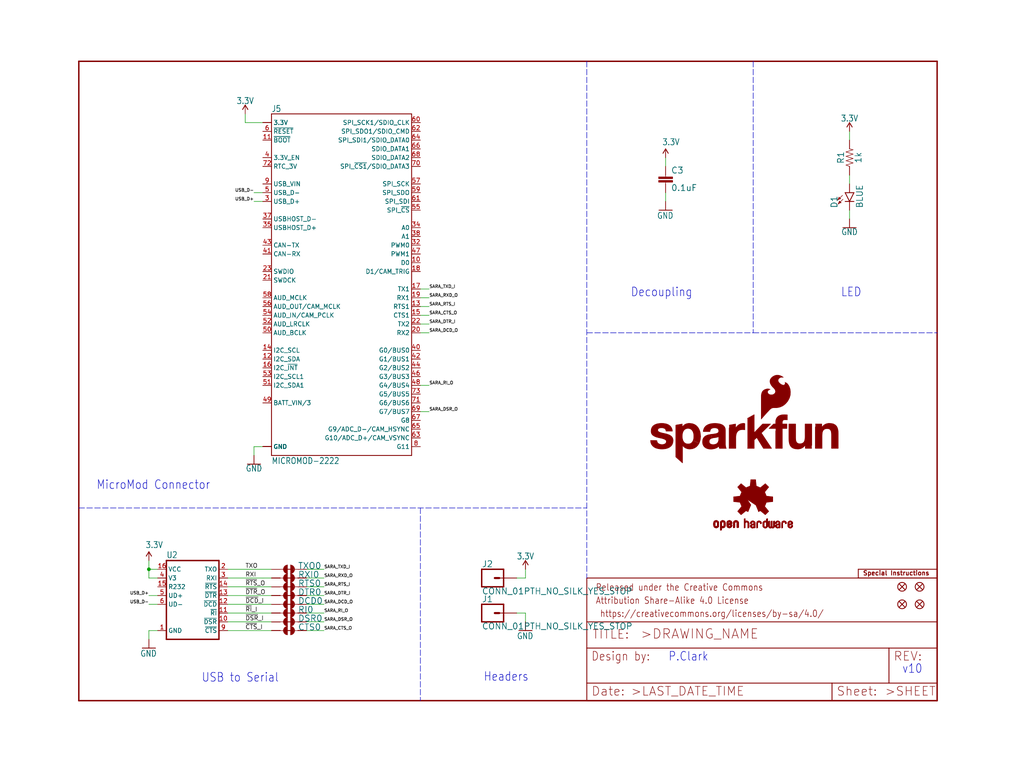
<source format=kicad_sch>
(kicad_sch (version 20211123) (generator eeschema)
  (paper "User" 297.002 223.926)
  (lib_symbols
    (symbol "eagleSchem-eagle-import:0.1UF-0603-25V-5%"
      (property "Reference" "C" (at 1.524 2.921 0))
      (property "Value" "0.1UF-0603-25V-5%" (at 1.524 -2.159 0))
      (symbol "0.1UF-0603-25V-5%_1_0"
        (pin passive line (at 0 5.08 270) (length 2.54) (name "1") (number "1"))
        (pin passive line (at 0 -2.54 90) (length 2.54) (name "2") (number "2"))
      )
    )
    (symbol "eagleSchem-eagle-import:1KOHM-0603-1{slash}10W-1%"
      (property "Reference" "R" (at 0 1.524 0))
      (property "Value" "1KOHM-0603-1{slash}10W-1%" (at 0 -1.524 0))
      (symbol "1KOHM-0603-1{slash}10W-1%_1_0"
        (pin passive line (at -5.08 0 0) (length 2.54) (name "1") (number "1"))
        (pin passive line (at 5.08 0 180) (length 2.54) (name "2") (number "2"))
      )
    )
    (symbol "eagleSchem-eagle-import:3.3V" (power)
      (property "Value" "3.3V" (at 0 2.794 0))
      (symbol "3.3V_1_0"
        (pin power_in line (at 0 0 90) (length 2.54) (name "3.3V") (number "1"))
      )
    )
    (symbol "eagleSchem-eagle-import:CH340C"
      (property "Reference" "U" (at -7.62 10.795 0))
      (property "Value" "CH340C" (at -7.62 -15.24 0))
      (symbol "CH340C_1_0"
        (pin bidirectional line (at -10.16 -10.16 0) (length 2.54) (name "GND") (number "1"))
        (pin bidirectional line (at 10.16 -7.62 180) (length 2.54) (name "~{DSR}") (number "10"))
        (pin bidirectional line (at 10.16 -5.08 180) (length 2.54) (name "~{RI}") (number "11"))
        (pin bidirectional line (at 10.16 -2.54 180) (length 2.54) (name "~{DCD}") (number "12"))
        (pin bidirectional line (at 10.16 0 180) (length 2.54) (name "~{DTR}") (number "13"))
        (pin bidirectional line (at 10.16 2.54 180) (length 2.54) (name "~{RTS}") (number "14"))
        (pin bidirectional line (at -10.16 2.54 0) (length 2.54) (name "R232") (number "15"))
        (pin bidirectional line (at -10.16 7.62 0) (length 2.54) (name "VCC") (number "16"))
        (pin bidirectional line (at 10.16 7.62 180) (length 2.54) (name "TXO") (number "2"))
        (pin bidirectional line (at 10.16 5.08 180) (length 2.54) (name "RXI") (number "3"))
        (pin bidirectional line (at -10.16 5.08 0) (length 2.54) (name "V3") (number "4"))
        (pin bidirectional line (at -10.16 0 0) (length 2.54) (name "UD+") (number "5"))
        (pin bidirectional line (at -10.16 -2.54 0) (length 2.54) (name "UD-") (number "6"))
        (pin bidirectional line (at 10.16 -10.16 180) (length 2.54) (name "~{CTS}") (number "9"))
      )
    )
    (symbol "eagleSchem-eagle-import:CONN_01PTH_NO_SILK_YES_STOP"
      (property "Reference" "J" (at -2.54 3.048 0))
      (property "Value" "CONN_01PTH_NO_SILK_YES_STOP" (at -2.54 -4.826 0))
      (symbol "CONN_01PTH_NO_SILK_YES_STOP_1_0"
        (pin passive line (at 7.62 0 180) (length 5.08) (name "1") (number "1"))
      )
    )
    (symbol "eagleSchem-eagle-import:FIDUCIAL1X2")
    (symbol "eagleSchem-eagle-import:FRAME-LETTER"
      (symbol "FRAME-LETTER_2_0"
        (text " https://creativecommons.org/licenses/by-sa/4.0/" (at 2.54 24.13 0) (effects (font (size 1.9304 1.6408)) (justify left bottom)))
        (text ">DRAWING_NAME" (at 15.494 17.78 0) (effects (font (size 2.7432 2.7432)) (justify left bottom)))
        (text ">LAST_DATE_TIME" (at 12.7 1.27 0) (effects (font (size 2.54 2.54)) (justify left bottom)))
        (text ">SHEET" (at 86.36 1.27 0) (effects (font (size 2.54 2.54)) (justify left bottom)))
        (text "Attribution Share-Alike 4.0 License" (at 2.54 27.94 0) (effects (font (size 1.9304 1.6408)) (justify left bottom)))
        (text "Date:" (at 1.27 1.27 0) (effects (font (size 2.54 2.54)) (justify left bottom)))
        (text "Design by:" (at 1.27 11.43 0) (effects (font (size 2.54 2.159)) (justify left bottom)))
        (text "Released under the Creative Commons" (at 2.54 31.75 0) (effects (font (size 1.9304 1.6408)) (justify left bottom)))
        (text "REV:" (at 88.9 11.43 0) (effects (font (size 2.54 2.54)) (justify left bottom)))
        (text "Sheet:" (at 72.39 1.27 0) (effects (font (size 2.54 2.54)) (justify left bottom)))
        (text "TITLE:" (at 1.524 17.78 0) (effects (font (size 2.54 2.54)) (justify left bottom)))
      )
    )
    (symbol "eagleSchem-eagle-import:GND" (power)
      (property "Value" "GND" (at 0 -0.254 0))
      (symbol "GND_1_0"
        (pin power_in line (at 0 2.54 270) (length 2.54) (name "GND") (number "1"))
      )
    )
    (symbol "eagleSchem-eagle-import:JUMPER-COMBO_2_NC_TRACE"
      (property "Reference" "JP" (at -2.54 2.54 0))
      (property "Value" "JUMPER-COMBO_2_NC_TRACE" (at -2.54 -2.54 0))
      (symbol "JUMPER-COMBO_2_NC_TRACE_1_0"
        (pin passive line (at -5.08 0 0) (length 2.54) (name "1") (number "1"))
        (pin passive line (at 5.08 0 180) (length 2.54) (name "2") (number "2"))
        (pin passive line (at -5.08 0 0) (length 2.54) (name "1") (number "3"))
        (pin passive line (at 5.08 0 180) (length 2.54) (name "2") (number "4"))
      )
    )
    (symbol "eagleSchem-eagle-import:LED-BLUE0603"
      (property "Reference" "D" (at -3.429 -4.572 90))
      (property "Value" "LED-BLUE0603" (at 1.905 -4.572 90))
      (symbol "LED-BLUE0603_1_0"
        (pin passive line (at 0 2.54 270) (length 2.54) (name "A") (number "A"))
        (pin passive line (at 0 -5.08 90) (length 2.54) (name "C") (number "C"))
      )
    )
    (symbol "eagleSchem-eagle-import:MICROMOD-2222"
      (property "Reference" "J" (at -20.32 53.848 0))
      (property "Value" "MICROMOD-2222" (at -20.32 -48.26 0))
      (symbol "MICROMOD-2222_1_0"
        (pin bidirectional line (at -22.86 -43.18 0) (length 2.54) (name "GND") (number "1"))
        (pin bidirectional line (at 22.86 10.16 180) (length 2.54) (name "D0") (number "10"))
        (pin bidirectional line (at -22.86 45.72 0) (length 2.54) (name "~{BOOT}") (number "11"))
        (pin bidirectional line (at -22.86 -17.78 0) (length 2.54) (name "I2C_SDA") (number "12"))
        (pin bidirectional line (at 22.86 -2.54 180) (length 2.54) (name "RTS1") (number "13"))
        (pin bidirectional line (at -22.86 -15.24 0) (length 2.54) (name "I2C_SCL") (number "14"))
        (pin bidirectional line (at 22.86 -5.08 180) (length 2.54) (name "CTS1") (number "15"))
        (pin bidirectional line (at -22.86 -20.32 0) (length 2.54) (name "I2C_~{INT}") (number "16"))
        (pin bidirectional line (at 22.86 2.54 180) (length 2.54) (name "TX1") (number "17"))
        (pin bidirectional line (at 22.86 7.62 180) (length 2.54) (name "D1/CAM_TRIG") (number "18"))
        (pin bidirectional line (at 22.86 0 180) (length 2.54) (name "RX1") (number "19"))
        (pin bidirectional line (at -22.86 50.8 0) (length 2.54) (name "3.3V") (number "2"))
        (pin bidirectional line (at 22.86 -10.16 180) (length 2.54) (name "RX2") (number "20"))
        (pin bidirectional line (at -22.86 5.08 0) (length 2.54) (name "SWDCK") (number "21"))
        (pin bidirectional line (at 22.86 -7.62 180) (length 2.54) (name "TX2") (number "22"))
        (pin bidirectional line (at -22.86 7.62 0) (length 2.54) (name "SWDIO") (number "23"))
        (pin bidirectional line (at -22.86 27.94 0) (length 2.54) (name "USB_D+") (number "3"))
        (pin bidirectional line (at 22.86 15.24 180) (length 2.54) (name "PWM0") (number "32"))
        (pin bidirectional line (at -22.86 -43.18 0) (length 2.54) (name "GND") (number "33"))
        (pin bidirectional line (at 22.86 20.32 180) (length 2.54) (name "A0") (number "34"))
        (pin bidirectional line (at -22.86 20.32 0) (length 2.54) (name "USBHOST_D+") (number "35"))
        (pin bidirectional line (at -22.86 -43.18 0) (length 2.54) (name "GND") (number "36"))
        (pin bidirectional line (at -22.86 22.86 0) (length 2.54) (name "USBHOST_D-") (number "37"))
        (pin bidirectional line (at 22.86 17.78 180) (length 2.54) (name "A1") (number "38"))
        (pin bidirectional line (at -22.86 -43.18 0) (length 2.54) (name "GND") (number "39"))
        (pin bidirectional line (at -22.86 40.64 0) (length 2.54) (name "3.3V_EN") (number "4"))
        (pin bidirectional line (at 22.86 -15.24 180) (length 2.54) (name "G0/BUS0") (number "40"))
        (pin bidirectional line (at -22.86 12.7 0) (length 2.54) (name "CAN-RX") (number "41"))
        (pin bidirectional line (at 22.86 -17.78 180) (length 2.54) (name "G1/BUS1") (number "42"))
        (pin bidirectional line (at -22.86 15.24 0) (length 2.54) (name "CAN-TX") (number "43"))
        (pin bidirectional line (at 22.86 -20.32 180) (length 2.54) (name "G2/BUS2") (number "44"))
        (pin bidirectional line (at -22.86 -43.18 0) (length 2.54) (name "GND") (number "45"))
        (pin bidirectional line (at 22.86 -22.86 180) (length 2.54) (name "G3/BUS3") (number "46"))
        (pin bidirectional line (at 22.86 12.7 180) (length 2.54) (name "PWM1") (number "47"))
        (pin bidirectional line (at 22.86 -25.4 180) (length 2.54) (name "G4/BUS4") (number "48"))
        (pin bidirectional line (at -22.86 -30.48 0) (length 2.54) (name "BATT_VIN/3") (number "49"))
        (pin bidirectional line (at -22.86 30.48 0) (length 2.54) (name "USB_D-") (number "5"))
        (pin bidirectional line (at -22.86 -10.16 0) (length 2.54) (name "AUD_BCLK") (number "50"))
        (pin bidirectional line (at -22.86 -25.4 0) (length 2.54) (name "I2C_SDA1") (number "51"))
        (pin bidirectional line (at -22.86 -7.62 0) (length 2.54) (name "AUD_LRCLK") (number "52"))
        (pin bidirectional line (at -22.86 -22.86 0) (length 2.54) (name "I2C_SCL1") (number "53"))
        (pin bidirectional line (at -22.86 -5.08 0) (length 2.54) (name "AUD_IN/CAM_PCLK") (number "54"))
        (pin bidirectional line (at 22.86 25.4 180) (length 2.54) (name "SPI_~{CS}") (number "55"))
        (pin bidirectional line (at -22.86 -2.54 0) (length 2.54) (name "AUD_OUT/CAM_MCLK") (number "56"))
        (pin bidirectional line (at 22.86 33.02 180) (length 2.54) (name "SPI_SCK") (number "57"))
        (pin bidirectional line (at -22.86 0 0) (length 2.54) (name "AUD_MCLK") (number "58"))
        (pin bidirectional line (at 22.86 30.48 180) (length 2.54) (name "SPI_SDO") (number "59"))
        (pin bidirectional line (at -22.86 48.26 0) (length 2.54) (name "~{RESET}") (number "6"))
        (pin bidirectional line (at 22.86 50.8 180) (length 2.54) (name "SPI_SCK1/SDIO_CLK") (number "60"))
        (pin bidirectional line (at 22.86 27.94 180) (length 2.54) (name "SPI_SDI") (number "61"))
        (pin bidirectional line (at 22.86 48.26 180) (length 2.54) (name "SPI_SDO1/SDIO_CMD") (number "62"))
        (pin bidirectional line (at 22.86 -40.64 180) (length 2.54) (name "G10/ADC_D+/CAM_VSYNC") (number "63"))
        (pin bidirectional line (at 22.86 45.72 180) (length 2.54) (name "SPI_SDI1/SDIO_DATA0") (number "64"))
        (pin bidirectional line (at 22.86 -38.1 180) (length 2.54) (name "G9/ADC_D-/CAM_HSYNC") (number "65"))
        (pin bidirectional line (at 22.86 43.18 180) (length 2.54) (name "SDIO_DATA1") (number "66"))
        (pin bidirectional line (at 22.86 -35.56 180) (length 2.54) (name "G8") (number "67"))
        (pin bidirectional line (at 22.86 40.64 180) (length 2.54) (name "SDIO_DATA2") (number "68"))
        (pin bidirectional line (at 22.86 -33.02 180) (length 2.54) (name "G7/BUS7") (number "69"))
        (pin bidirectional line (at -22.86 -43.18 0) (length 2.54) (name "GND") (number "7"))
        (pin bidirectional line (at 22.86 38.1 180) (length 2.54) (name "SPI_~{CS1}/SDIO_DATA3") (number "70"))
        (pin bidirectional line (at 22.86 -30.48 180) (length 2.54) (name "G6/BUS6") (number "71"))
        (pin bidirectional line (at -22.86 38.1 0) (length 2.54) (name "RTC_3V") (number "72"))
        (pin bidirectional line (at 22.86 -27.94 180) (length 2.54) (name "G5/BUS5") (number "73"))
        (pin bidirectional line (at -22.86 50.8 0) (length 2.54) (name "3.3V") (number "74"))
        (pin bidirectional line (at -22.86 -43.18 0) (length 2.54) (name "GND") (number "75"))
        (pin bidirectional line (at 22.86 -43.18 180) (length 2.54) (name "G11") (number "8"))
        (pin bidirectional line (at -22.86 33.02 0) (length 2.54) (name "USB_VIN") (number "9"))
        (pin bidirectional line (at -22.86 -43.18 0) (length 2.54) (name "GND") (number "GND1"))
        (pin bidirectional line (at -22.86 -43.18 0) (length 2.54) (name "GND") (number "GND2"))
        (pin bidirectional line (at -22.86 -43.18 0) (length 2.54) (name "GND") (number "GND3"))
      )
    )
    (symbol "eagleSchem-eagle-import:OSHW-LOGOMINI")
    (symbol "eagleSchem-eagle-import:SFE_LOGO_NAME_FLAME.1_INCH")
    (symbol "eagleSchem-eagle-import:SPECIAL_INSTRUCTIONS-ORDERING"
      (symbol "SPECIAL_INSTRUCTIONS-ORDERING_1_0"
        (text "Special Instructions" (at 1.27 0.6985 0) (effects (font (size 1.27 1.27) (thickness 0.254) bold) (justify left bottom)))
      )
    )
  )
  (junction (at 43.18 165.1))
  (wire (pts (xy 76.2 55.88) (xy 73.66 55.88)))
  (wire (pts (xy 121.92 93.98) (xy 124.46 93.98)))
  (polyline (pts (xy 22.86 147.32) (xy 170.18 147.32)))
  (wire (pts (xy 193.04 48.26) (xy 193.04 45.72)))
  (polyline (pts (xy 218.44 17.78) (xy 218.44 96.52)))
  (wire (pts (xy 152.4 177.8) (xy 152.4 180.34)))
  (wire (pts (xy 193.04 55.88) (xy 193.04 58.42)))
  (wire (pts (xy 43.18 165.1) (xy 43.18 162.56)))
  (wire (pts (xy 66.04 170.18) (xy 78.74 170.18)))
  (wire (pts (xy 121.92 86.36) (xy 124.46 86.36)))
  (wire (pts (xy 246.38 40.64) (xy 246.38 38.1)))
  (polyline (pts (xy 170.18 96.52) (xy 218.44 96.52)))
  (wire (pts (xy 66.04 167.64) (xy 78.74 167.64)))
  (wire (pts (xy 93.98 180.34) (xy 88.9 180.34)))
  (wire (pts (xy 149.86 177.8) (xy 152.4 177.8)))
  (wire (pts (xy 66.04 165.1) (xy 78.74 165.1)))
  (wire (pts (xy 66.04 180.34) (xy 78.74 180.34)))
  (polyline (pts (xy 218.44 96.52) (xy 271.78 96.52)))
  (wire (pts (xy 76.2 58.42) (xy 73.66 58.42)))
  (wire (pts (xy 43.18 182.88) (xy 43.18 185.42)))
  (wire (pts (xy 66.04 182.88) (xy 78.74 182.88)))
  (wire (pts (xy 66.04 175.26) (xy 78.74 175.26)))
  (wire (pts (xy 121.92 96.52) (xy 124.46 96.52)))
  (wire (pts (xy 76.2 129.54) (xy 73.66 129.54)))
  (wire (pts (xy 152.4 167.64) (xy 152.4 165.1)))
  (wire (pts (xy 88.9 177.8) (xy 93.98 177.8)))
  (wire (pts (xy 93.98 182.88) (xy 88.9 182.88)))
  (polyline (pts (xy 121.92 147.32) (xy 121.92 203.2)))
  (wire (pts (xy 43.18 167.64) (xy 43.18 165.1)))
  (wire (pts (xy 88.9 175.26) (xy 93.98 175.26)))
  (wire (pts (xy 121.92 111.76) (xy 124.46 111.76)))
  (wire (pts (xy 121.92 91.44) (xy 124.46 91.44)))
  (wire (pts (xy 246.38 63.5) (xy 246.38 60.96)))
  (wire (pts (xy 93.98 165.1) (xy 88.9 165.1)))
  (wire (pts (xy 121.92 119.38) (xy 124.46 119.38)))
  (wire (pts (xy 121.92 88.9) (xy 124.46 88.9)))
  (wire (pts (xy 76.2 35.56) (xy 71.12 35.56)))
  (wire (pts (xy 246.38 50.8) (xy 246.38 53.34)))
  (wire (pts (xy 45.72 165.1) (xy 43.18 165.1)))
  (polyline (pts (xy 170.18 17.78) (xy 170.18 167.64)))
  (wire (pts (xy 45.72 172.72) (xy 43.18 172.72)))
  (wire (pts (xy 66.04 172.72) (xy 78.74 172.72)))
  (wire (pts (xy 73.66 129.54) (xy 73.66 132.08)))
  (wire (pts (xy 66.04 177.8) (xy 78.74 177.8)))
  (wire (pts (xy 45.72 167.64) (xy 43.18 167.64)))
  (wire (pts (xy 149.86 167.64) (xy 152.4 167.64)))
  (wire (pts (xy 93.98 170.18) (xy 88.9 170.18)))
  (wire (pts (xy 45.72 175.26) (xy 43.18 175.26)))
  (wire (pts (xy 121.92 83.82) (xy 124.46 83.82)))
  (wire (pts (xy 93.98 167.64) (xy 88.9 167.64)))
  (wire (pts (xy 45.72 182.88) (xy 43.18 182.88)))
  (wire (pts (xy 71.12 35.56) (xy 71.12 33.02)))
  (wire (pts (xy 93.98 172.72) (xy 88.9 172.72)))
  (text "Headers" (at 140.208 197.866 180) (effects (font (size 2.54 2.159)) (justify left bottom)))
  (text "MicroMod Connector" (at 27.94 142.24 180) (effects (font (size 2.54 2.159)) (justify left bottom)))
  (text "v10" (at 261.62 195.58 180) (effects (font (size 2.54 2.159)) (justify left bottom)))
  (text "USB to Serial" (at 58.42 198.12 180) (effects (font (size 2.54 2.159)) (justify left bottom)))
  (text "Decoupling" (at 182.88 86.36 180) (effects (font (size 2.54 2.159)) (justify left bottom)))
  (text "LED" (at 243.84 86.36 180) (effects (font (size 2.54 2.159)) (justify left bottom)))
  (text "P.Clark" (at 193.802 192.024 180) (effects (font (size 2.54 2.159)) (justify left bottom)))
  (label "~{RI}_I" (at 71.12 177.8 0) (effects (font (size 1.2446 1.2446))))
  (label "SARA_RXD_O" (at 93.98 167.64 0) (effects (font (size 0.889 0.889))))
  (label "SARA_TXD_I" (at 93.98 165.1 0) (effects (font (size 0.889 0.889))))
  (label "SARA_DTR_I" (at 93.98 172.72 0) (effects (font (size 0.889 0.889))))
  (label "SARA_CTS_O" (at 124.46 91.44 0) (effects (font (size 0.889 0.889))))
  (label "SARA_RI_O" (at 93.98 177.8 0) (effects (font (size 0.889 0.889))))
  (label "USB_D-" (at 43.18 175.26 180) (effects (font (size 0.889 0.889))))
  (label "SARA_DSR_O" (at 124.46 119.38 0) (effects (font (size 0.889 0.889))))
  (label "RXI" (at 71.12 167.64 0) (effects (font (size 1.2446 1.2446))))
  (label "USB_D+" (at 43.18 172.72 180) (effects (font (size 0.889 0.889))))
  (label "~{DTR}_O" (at 71.12 172.72 0) (effects (font (size 1.2446 1.2446))))
  (label "TXO" (at 71.12 165.1 0) (effects (font (size 1.2446 1.2446))))
  (label "SARA_DSR_O" (at 93.98 180.34 0) (effects (font (size 0.889 0.889))))
  (label "SARA_RTS_I" (at 93.98 170.18 0) (effects (font (size 0.889 0.889))))
  (label "SARA_RTS_I" (at 124.46 88.9 0) (effects (font (size 0.889 0.889))))
  (label "SARA_CTS_O" (at 93.98 182.88 0) (effects (font (size 0.889 0.889))))
  (label "~{CTS}_I" (at 71.12 182.88 0) (effects (font (size 1.2446 1.2446))))
  (label "~{DSR}_I" (at 71.12 180.34 0) (effects (font (size 1.2446 1.2446))))
  (label "SARA_DTR_I" (at 124.46 93.98 0) (effects (font (size 0.889 0.889))))
  (label "SARA_TXD_I" (at 124.46 83.82 0) (effects (font (size 0.889 0.889))))
  (label "~{DCD}_I" (at 71.12 175.26 0) (effects (font (size 1.2446 1.2446))))
  (label "SARA_DCD_O" (at 124.46 96.52 0) (effects (font (size 0.889 0.889))))
  (label "SARA_RXD_O" (at 124.46 86.36 0) (effects (font (size 0.889 0.889))))
  (label "~{RTS}_O" (at 71.12 170.18 0) (effects (font (size 1.2446 1.2446))))
  (label "SARA_RI_O" (at 124.46 111.76 0) (effects (font (size 0.889 0.889))))
  (label "SARA_DCD_O" (at 93.98 175.26 0) (effects (font (size 0.889 0.889))))
  (label "USB_D+" (at 73.66 58.42 180) (effects (font (size 0.889 0.889))))
  (label "USB_D-" (at 73.66 55.88 180) (effects (font (size 0.889 0.889))))
  (symbol (lib_id "eagleSchem-eagle-import:JUMPER-COMBO_2_NC_TRACE") (at 83.82 165.1 0) (unit 1)
    (property "Reference" "TXO0" (at 86.36 165.1 0) (effects (font (size 1.778 1.778)) (justify left bottom)))
    (property "Value" "JUMPER-COMBO_2_NC_TRACE" (effects hide))
    (property "Footprint" "eagleSchem:COMBO-JUMPER_2_NC_TRACE" (effects hide))
  )
  (symbol (lib_id "eagleSchem-eagle-import:JUMPER-COMBO_2_NC_TRACE") (at 83.82 172.72 0) (unit 1)
    (property "Reference" "DTR0" (at 86.36 172.72 0) (effects (font (size 1.778 1.778)) (justify left bottom)))
    (property "Value" "JUMPER-COMBO_2_NC_TRACE" (effects hide))
    (property "Footprint" "eagleSchem:COMBO-JUMPER_2_NC_TRACE" (effects hide))
  )
  (symbol (lib_id "eagleSchem-eagle-import:1KOHM-0603-1{slash}10W-1%") (at 246.38 45.72 90) (unit 1)
    (property "Reference" "R1" (at 244.856 45.72 0) (effects (font (size 1.778 1.778)) (justify bottom)))
    (property "Value" "1k" (at 247.904 45.72 0) (effects (font (size 1.778 1.778)) (justify top)))
    (property "Footprint" "eagleSchem:0603" (effects hide))
  )
  (symbol (lib_id "eagleSchem-eagle-import:FRAME-LETTER") (at 22.86 203.2 0) (unit 1)
    (property "Reference" "FRAME1" (effects hide))
    (property "Value" "FRAME-LETTER" (effects hide))
    (property "Footprint" "eagleSchem:CREATIVE_COMMONS" (effects hide))
  )
  (symbol (lib_id "eagleSchem-eagle-import:JUMPER-COMBO_2_NC_TRACE") (at 83.82 177.8 0) (unit 1)
    (property "Reference" "RI0" (at 86.36 177.8 0) (effects (font (size 1.778 1.778)) (justify left bottom)))
    (property "Value" "JUMPER-COMBO_2_NC_TRACE" (effects hide))
    (property "Footprint" "eagleSchem:COMBO-JUMPER_2_NC_TRACE" (effects hide))
  )
  (symbol (lib_id "eagleSchem-eagle-import:FIDUCIAL1X2") (at 261.62 175.26 0) (unit 1)
    (property "Reference" "JP3" (effects hide))
    (property "Value" "FIDUCIAL1X2" (effects hide))
    (property "Footprint" "eagleSchem:FIDUCIAL-1X2" (effects hide))
  )
  (symbol (lib_id "eagleSchem-eagle-import:3.3V") (at 152.4 165.1 0) (unit 1)
    (property "Reference" "#SUPPLY10" (effects hide))
    (property "Value" "3.3V" (at 152.4 162.306 0) (effects (font (size 1.778 1.5113)) (justify bottom)))
    (property "Footprint" "eagleSchem:" (effects hide))
  )
  (symbol (lib_id "eagleSchem-eagle-import:JUMPER-COMBO_2_NC_TRACE") (at 83.82 180.34 0) (unit 1)
    (property "Reference" "DSR0" (at 86.36 180.34 0) (effects (font (size 1.778 1.778)) (justify left bottom)))
    (property "Value" "JUMPER-COMBO_2_NC_TRACE" (effects hide))
    (property "Footprint" "eagleSchem:COMBO-JUMPER_2_NC_TRACE" (effects hide))
  )
  (symbol (lib_id "eagleSchem-eagle-import:CONN_01PTH_NO_SILK_YES_STOP") (at 142.24 177.8 0) (unit 1)
    (property "Reference" "J1" (at 139.7 174.752 0) (effects (font (size 1.778 1.778)) (justify left bottom)))
    (property "Value" "CONN_01PTH_NO_SILK_YES_STOP" (at 139.7 182.626 0) (effects (font (size 1.778 1.778)) (justify left bottom)))
    (property "Footprint" "eagleSchem:1X01_NO_SILK" (effects hide))
  )
  (symbol (lib_id "eagleSchem-eagle-import:JUMPER-COMBO_2_NC_TRACE") (at 83.82 175.26 0) (unit 1)
    (property "Reference" "DCD0" (at 86.36 175.26 0) (effects (font (size 1.778 1.778)) (justify left bottom)))
    (property "Value" "JUMPER-COMBO_2_NC_TRACE" (effects hide))
    (property "Footprint" "eagleSchem:COMBO-JUMPER_2_NC_TRACE" (effects hide))
  )
  (symbol (lib_id "eagleSchem-eagle-import:JUMPER-COMBO_2_NC_TRACE") (at 83.82 170.18 0) (unit 1)
    (property "Reference" "RTS0" (at 86.36 170.18 0) (effects (font (size 1.778 1.778)) (justify left bottom)))
    (property "Value" "JUMPER-COMBO_2_NC_TRACE" (effects hide))
    (property "Footprint" "eagleSchem:COMBO-JUMPER_2_NC_TRACE" (effects hide))
  )
  (symbol (lib_id "eagleSchem-eagle-import:GND") (at 73.66 134.62 0) (unit 1)
    (property "Reference" "#GND1" (effects hide))
    (property "Value" "GND" (at 73.66 134.874 0) (effects (font (size 1.778 1.5113)) (justify top)))
    (property "Footprint" "eagleSchem:" (effects hide))
  )
  (symbol (lib_id "eagleSchem-eagle-import:GND") (at 152.4 182.88 0) (unit 1)
    (property "Reference" "#GND13" (effects hide))
    (property "Value" "GND" (at 149.86 185.42 0) (effects (font (size 1.778 1.5113)) (justify left bottom)))
    (property "Footprint" "eagleSchem:" (effects hide))
  )
  (symbol (lib_id "eagleSchem-eagle-import:GND") (at 193.04 60.96 0) (unit 1)
    (property "Reference" "#GND7" (effects hide))
    (property "Value" "GND" (at 190.5 63.5 0) (effects (font (size 1.778 1.5113)) (justify left bottom)))
    (property "Footprint" "eagleSchem:" (effects hide))
  )
  (symbol (lib_id "eagleSchem-eagle-import:GND") (at 246.38 66.04 0) (unit 1)
    (property "Reference" "#GND2" (effects hide))
    (property "Value" "GND" (at 246.38 66.294 0) (effects (font (size 1.778 1.5113)) (justify top)))
    (property "Footprint" "eagleSchem:" (effects hide))
  )
  (symbol (lib_id "eagleSchem-eagle-import:FIDUCIAL1X2") (at 266.7 175.26 0) (unit 1)
    (property "Reference" "JP4" (effects hide))
    (property "Value" "FIDUCIAL1X2" (effects hide))
    (property "Footprint" "eagleSchem:FIDUCIAL-1X2" (effects hide))
  )
  (symbol (lib_id "eagleSchem-eagle-import:JUMPER-COMBO_2_NC_TRACE") (at 83.82 182.88 0) (unit 1)
    (property "Reference" "CTS0" (at 86.36 182.88 0) (effects (font (size 1.778 1.778)) (justify left bottom)))
    (property "Value" "JUMPER-COMBO_2_NC_TRACE" (effects hide))
    (property "Footprint" "eagleSchem:COMBO-JUMPER_2_NC_TRACE" (effects hide))
  )
  (symbol (lib_id "eagleSchem-eagle-import:3.3V") (at 246.38 38.1 0) (unit 1)
    (property "Reference" "#SUPPLY2" (effects hide))
    (property "Value" "3.3V" (at 246.38 35.306 0) (effects (font (size 1.778 1.5113)) (justify bottom)))
    (property "Footprint" "eagleSchem:" (effects hide))
  )
  (symbol (lib_id "eagleSchem-eagle-import:0.1UF-0603-25V-5%") (at 193.04 53.34 0) (unit 1)
    (property "Reference" "C3" (at 194.564 50.419 0) (effects (font (size 1.778 1.778)) (justify left bottom)))
    (property "Value" "0.1uF" (at 194.564 55.499 0) (effects (font (size 1.778 1.778)) (justify left bottom)))
    (property "Footprint" "eagleSchem:0603" (effects hide))
  )
  (symbol (lib_id "eagleSchem-eagle-import:FIDUCIAL1X2") (at 266.7 170.18 0) (unit 1)
    (property "Reference" "JP6" (effects hide))
    (property "Value" "FIDUCIAL1X2" (effects hide))
    (property "Footprint" "eagleSchem:FIDUCIAL-1X2" (effects hide))
  )
  (symbol (lib_id "eagleSchem-eagle-import:3.3V") (at 43.18 162.56 0) (unit 1)
    (property "Reference" "#SUPPLY3" (effects hide))
    (property "Value" "3.3V" (at 42.164 159.004 0) (effects (font (size 1.778 1.5113)) (justify left bottom)))
    (property "Footprint" "eagleSchem:" (effects hide))
  )
  (symbol (lib_id "eagleSchem-eagle-import:SPECIAL_INSTRUCTIONS-ORDERING") (at 248.92 167.64 0) (unit 1)
    (property "Reference" "LOGO2" (effects hide))
    (property "Value" "SPECIAL_INSTRUCTIONS-ORDERING" (effects hide))
    (property "Footprint" "eagleSchem:ORDERING_INSTRUCTIONS" (effects hide))
  )
  (symbol (lib_id "eagleSchem-eagle-import:3.3V") (at 71.12 33.02 0) (unit 1)
    (property "Reference" "#SUPPLY1" (effects hide))
    (property "Value" "3.3V" (at 71.12 30.226 0) (effects (font (size 1.778 1.5113)) (justify bottom)))
    (property "Footprint" "eagleSchem:" (effects hide))
  )
  (symbol (lib_id "eagleSchem-eagle-import:JUMPER-COMBO_2_NC_TRACE") (at 83.82 167.64 0) (unit 1)
    (property "Reference" "RXI0" (at 86.36 167.64 0) (effects (font (size 1.778 1.778)) (justify left bottom)))
    (property "Value" "JUMPER-COMBO_2_NC_TRACE" (effects hide))
    (property "Footprint" "eagleSchem:COMBO-JUMPER_2_NC_TRACE" (effects hide))
  )
  (symbol (lib_id "eagleSchem-eagle-import:SFE_LOGO_NAME_FLAME.1_INCH") (at 187.96 134.62 0) (unit 1)
    (property "Reference" "LOGO3" (effects hide))
    (property "Value" "SFE_LOGO_NAME_FLAME.1_INCH" (effects hide))
    (property "Footprint" "eagleSchem:SFE_LOGO_NAME_FLAME_.1" (effects hide))
  )
  (symbol (lib_id "eagleSchem-eagle-import:3.3V") (at 193.04 45.72 0) (unit 1)
    (property "Reference" "#SUPPLY4" (effects hide))
    (property "Value" "3.3V" (at 192.024 42.164 0) (effects (font (size 1.778 1.5113)) (justify left bottom)))
    (property "Footprint" "eagleSchem:" (effects hide))
  )
  (symbol (lib_id "eagleSchem-eagle-import:GND") (at 43.18 187.96 0) (unit 1)
    (property "Reference" "#GND4" (effects hide))
    (property "Value" "GND" (at 40.64 190.5 0) (effects (font (size 1.778 1.5113)) (justify left bottom)))
    (property "Footprint" "eagleSchem:" (effects hide))
  )
  (symbol (lib_id "eagleSchem-eagle-import:FRAME-LETTER") (at 170.18 203.2 0) (unit 2)
    (property "Reference" "FRAME1" (effects hide))
    (property "Value" "FRAME-LETTER" (effects hide))
    (property "Footprint" "eagleSchem:CREATIVE_COMMONS" (effects hide))
  )
  (symbol (lib_id "eagleSchem-eagle-import:CONN_01PTH_NO_SILK_YES_STOP") (at 142.24 167.64 0) (unit 1)
    (property "Reference" "J2" (at 139.7 164.592 0) (effects (font (size 1.778 1.778)) (justify left bottom)))
    (property "Value" "CONN_01PTH_NO_SILK_YES_STOP" (at 139.7 172.466 0) (effects (font (size 1.778 1.778)) (justify left bottom)))
    (property "Footprint" "eagleSchem:1X01_NO_SILK" (effects hide))
  )
  (symbol (lib_id "eagleSchem-eagle-import:LED-BLUE0603") (at 246.38 55.88 0) (unit 1)
    (property "Reference" "D1" (at 242.951 60.452 90) (effects (font (size 1.778 1.778)) (justify left bottom)))
    (property "Value" "BLUE" (at 248.285 60.452 90) (effects (font (size 1.778 1.778)) (justify left top)))
    (property "Footprint" "eagleSchem:LED-0603" (effects hide))
  )
  (symbol (lib_id "eagleSchem-eagle-import:MICROMOD-2222") (at 99.06 86.36 0) (unit 1)
    (property "Reference" "J5" (at 78.74 32.512 0) (effects (font (size 1.778 1.5113)) (justify left bottom)))
    (property "Value" "MICROMOD-2222" (at 78.74 134.62 0) (effects (font (size 1.778 1.5113)) (justify left bottom)))
    (property "Footprint" "eagleSchem:M.2-CARD-E-22" (effects hide))
  )
  (symbol (lib_id "eagleSchem-eagle-import:FIDUCIAL1X2") (at 261.62 170.18 0) (unit 1)
    (property "Reference" "JP5" (effects hide))
    (property "Value" "FIDUCIAL1X2" (effects hide))
    (property "Footprint" "eagleSchem:FIDUCIAL-1X2" (effects hide))
  )
  (symbol (lib_id "eagleSchem-eagle-import:OSHW-LOGOMINI") (at 218.44 144.78 0) (unit 1)
    (property "Reference" "LOGO1" (effects hide))
    (property "Value" "OSHW-LOGOMINI" (effects hide))
    (property "Footprint" "eagleSchem:OSHW-LOGO-MINI" (effects hide))
  )
  (symbol (lib_id "eagleSchem-eagle-import:CH340C") (at 55.88 172.72 0) (unit 1)
    (property "Reference" "U2" (at 48.26 161.925 0) (effects (font (size 1.778 1.5113)) (justify left bottom)))
    (property "Value" "CH340C" (effects hide))
    (property "Footprint" "eagleSchem:SO016" (effects hide))
  )
)
</source>
